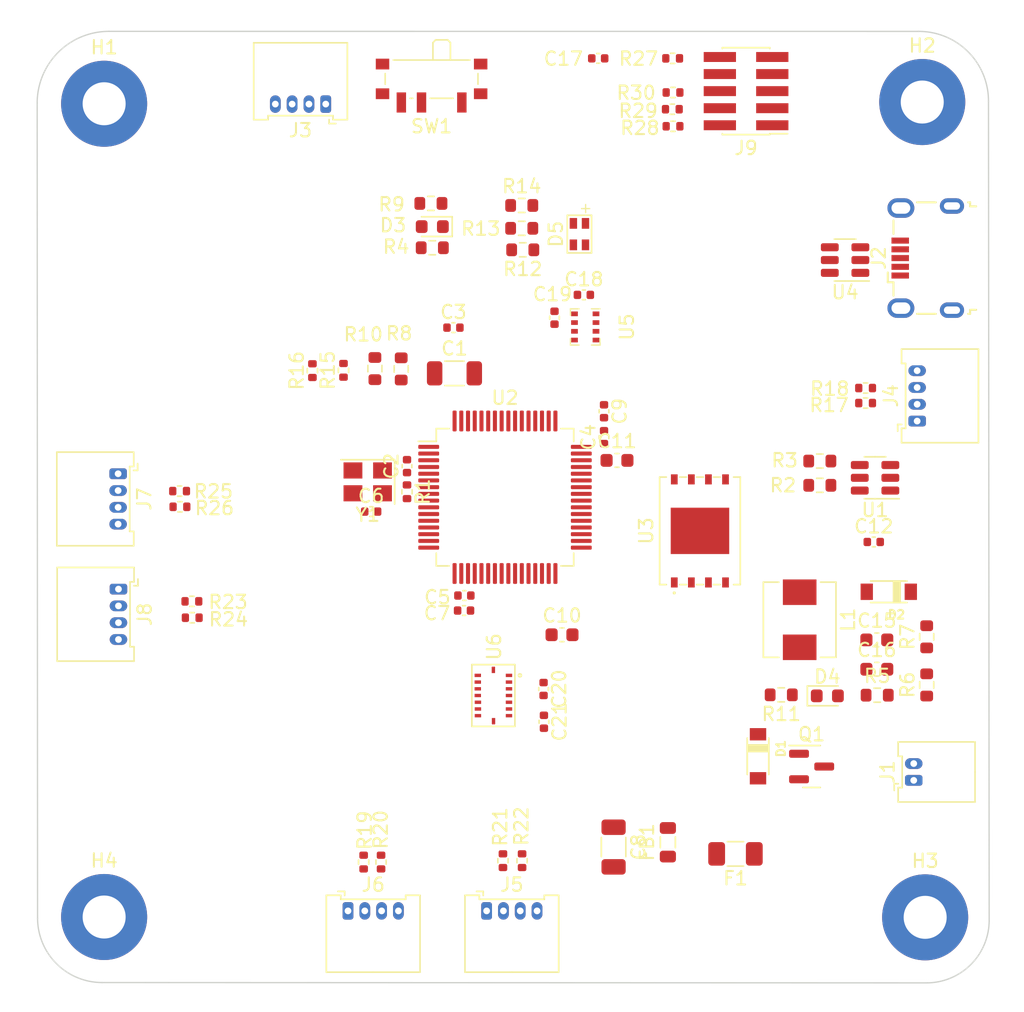
<source format=kicad_pcb>
(kicad_pcb (version 20211014) (generator pcbnew)
  (layers (0 "F.Cu" signal) (1 "In1.Cu" power "In1.Cu(GND)") (2 "In2.Cu" power "In2.Cu(3V3)") (31 "B.Cu" signal) (34 "B.Paste" user) (35 "F.Paste" user) (36 "B.SilkS" user "B.Silkscreen") (37 "F.SilkS" user "F.Silkscreen") (38 "B.Mask" user) (39 "F.Mask" user) (44 "Edge.Cuts" user))
  (net 0 "")
  (net 1 "GND")
  (net 2 "HSE_IN")
  (net 3 "Net-(C6-Pad1)")
  (net 4 "Net-(C8-Pad1)")
  (net 5 "Net-(C10-Pad1)")
  (net 6 "Net-(C11-Pad1)")
  (net 7 "Net-(C12-Pad1)")
  (net 8 "Net-(C12-Pad2)")
  (net 9 "+3V3")
  (net 10 "NRST")
  (net 11 "Net-(D1-Pad1)")
  (net 12 "+5V")
  (net 13 "Net-(D3-Pad1)")
  (net 14 "Net-(D3-Pad2)")
  (net 15 "Net-(D4-Pad1)")
  (net 16 "Net-(D5-Pad2)")
  (net 17 "Net-(D5-Pad3)")
  (net 18 "Net-(D5-Pad4)")
  (net 19 "Net-(F1-Pad2)")
  (net 20 "USB_D-_CONN")
  (net 21 "USB_D+_CONN")
  (net 24 "Net-(J3-Pad2)")
  (net 25 "Net-(J3-Pad3)")
  (net 26 "Net-(J4-Pad2)")
  (net 27 "Net-(J4-Pad3)")
  (net 28 "Net-(J5-Pad2)")
  (net 29 "Net-(J5-Pad3)")
  (net 30 "Net-(J6-Pad2)")
  (net 31 "Net-(J6-Pad3)")
  (net 32 "Net-(J7-Pad2)")
  (net 33 "Net-(J7-Pad3)")
  (net 34 "Net-(J8-Pad2)")
  (net 35 "Net-(J8-Pad3)")
  (net 36 "Net-(J9-Pad2)")
  (net 37 "Net-(J9-Pad4)")
  (net 38 "Net-(J9-Pad6)")
  (net 41 "Net-(J9-Pad10)")
  (net 42 "+12V")
  (net 43 "HSE_OUT")
  (net 44 "Net-(R2-Pad2)")
  (net 45 "BOOT0")
  (net 46 "Net-(R5-Pad2)")
  (net 47 "Net-(R6-Pad2)")
  (net 48 "I2C1_SCL")
  (net 49 "I2C1_SDA")
  (net 50 "TIM3_CH1")
  (net 51 "TIM3_CH2")
  (net 52 "TIM4_CH1")
  (net 53 "USART1_TX")
  (net 54 "USART1_RX")
  (net 55 "TIM3_CH3")
  (net 56 "TIM3_CH4")
  (net 57 "TIM2_CH3")
  (net 58 "TIM2_CH4")
  (net 59 "ADC1_IN2")
  (net 60 "ADC1_IN3")
  (net 61 "ADC1_IN0")
  (net 62 "ADC1_IN1")
  (net 63 "SWDIO")
  (net 64 "SWCLK")
  (net 70 "INT_ACC")
  (net 71 "INT_GYR")
  (net 72 "SPI1_!CS_ACC")
  (net 73 "SPI1_SCK")
  (net 74 "SPI1_MISO")
  (net 75 "SPI1_MOSI")
  (net 76 "SPI1_!CS_GYR")
  (net 78 "BOOT1")
  (net 79 "SPI2_!CS")
  (net 80 "SPI2_SCK")
  (net 81 "SPI2_MISO")
  (net 82 "SPI2_MOSI")
  (net 83 "FLASH_!HOLD")
  (net 84 "FLASH_!WP")
  (net 88 "USB_D-")
  (net 89 "USB_D+")
  (net 90 "SPI3_!CS")
  (net 91 "SPI3_SCK")
  (net 92 "SPI3_MISO")
  (net 93 "SPI3_MOSI")
  (net 95 "SWO")
  (net 97 "FLASH!_WP")
  (net 98 "FLASH!_HOLD")
  (footprint "Connector_Molex:Molex_PicoBlade_53048-0410_1x04_P1.25mm_Horizontal" (layer "F.Cu") (at 97.409 55.4736 180)
    (fp_text reference "J3" (at 1.88 -1.95) (layer "F.SilkS"))
    (fp_text value "Conn_01x04")
    (pad "1" thru_hole roundrect (at 0 0 180) (size 0.8 1.3) (drill 0.5) (layers *.Cu *.Mask) (net 9 "+3V3"))
    (pad "2" thru_hole oval (at 1.25 0 180) (size 0.8 1.3) (drill 0.5) (layers *.Cu *.Mask) (net 24 "Net-(J3-Pad2)"))
    (pad "3" thru_hole oval (at 2.5 0 180) (size 0.8 1.3) (drill 0.5) (layers *.Cu *.Mask) (net 25 "Net-(J3-Pad3)"))
    (pad "4" thru_hole oval (at 3.75 0 180) (size 0.8 1.3) (drill 0.5) (layers *.Cu *.Mask) (net 1 "GND"))
  )
  (footprint "Capacitor_SMD:C_0402_1005Metric" (layer "F.Cu") (at 113.6396 101.445 -90)
    (fp_text reference "C21" (at 0 -1.16 90) (layer "F.SilkS"))
    (fp_text value "100n")
    (pad "1" smd roundrect (at -0.48 0 270) (size 0.56 0.62) (layers "F.Cu" "F.Paste" "F.Mask") (net 9 "+3V3"))
    (pad "2" smd roundrect (at 0.48 0 270) (size 0.56 0.62) (layers "F.Cu" "F.Paste" "F.Mask") (net 1 "GND"))
  )
  (footprint "Resistor_SMD:R_0402_1005Metric" (layer "F.Cu") (at 123.192 55.8546 180)
    (fp_text reference "R29" (at 2.54 -0.127) (layer "F.SilkS"))
    (fp_text value "22")
    (pad "1" smd roundrect (at -0.51 0 180) (size 0.54 0.64) (layers "F.Cu" "F.Paste" "F.Mask") (net 37 "Net-(J9-Pad4)"))
    (pad "2" smd roundrect (at 0.51 0 180) (size 0.54 0.64) (layers "F.Cu" "F.Paste" "F.Mask") (net 64 "SWCLK"))
  )
  (footprint "Capacitor_SMD:C_0603_1608Metric" (layer "F.Cu") (at 114.9858 94.9706)
    (fp_text reference "C10" (at 0 -1.43) (layer "F.SilkS"))
    (fp_text value "2u2")
    (pad "1" smd roundrect (at -0.775 0) (size 0.9 0.95) (layers "F.Cu" "F.Paste" "F.Mask") (net 5 "Net-(C10-Pad1)"))
    (pad "2" smd roundrect (at 0.775 0) (size 0.9 0.95) (layers "F.Cu" "F.Paste" "F.Mask") (net 1 "GND"))
  )
  (footprint "Capacitor_SMD:C_0402_1005Metric" (layer "F.Cu") (at 114.427 71.374 -90)
    (fp_text reference "C19" (at -1.75 0.1524 180) (layer "F.SilkS"))
    (fp_text value "100n")
    (pad "1" smd roundrect (at -0.48 0 270) (size 0.56 0.62) (layers "F.Cu" "F.Paste" "F.Mask") (net 9 "+3V3"))
    (pad "2" smd roundrect (at 0.48 0 270) (size 0.56 0.62) (layers "F.Cu" "F.Paste" "F.Mask") (net 1 "GND"))
  )
  (footprint "Resistor_SMD:R_0402_1005Metric" (layer "F.Cu") (at 123.2428 57.1246 180)
    (fp_text reference "R28" (at 2.4638 -0.127) (layer "F.SilkS"))
    (fp_text value "22")
    (pad "1" smd roundrect (at -0.51 0 180) (size 0.54 0.64) (layers "F.Cu" "F.Paste" "F.Mask") (net 36 "Net-(J9-Pad2)"))
    (pad "2" smd roundrect (at 0.51 0 180) (size 0.54 0.64) (layers "F.Cu" "F.Paste" "F.Mask") (net 63 "SWDIO"))
  )
  (footprint "Button_Switch_SMD:SW_SPDT_PCM12" (layer "F.Cu") (at 105.283 53.9242 180)
    (fp_text reference "SW1" (at 0 -3.2) (layer "F.SilkS"))
    (fp_text value "SW_SPDT")
    (pad "" smd rect (at -3.65 -0.78 180) (size 1 0.8) (layers "F.Cu" "F.Paste" "F.Mask"))
    (pad "" smd rect (at -3.65 1.43 180) (size 1 0.8) (layers "F.Cu" "F.Paste" "F.Mask"))
    (pad "" np_thru_hole circle (at 1.5 0.33 180) (size 0.9 0.9) (drill 0.9) (layers *.Cu *.Mask))
    (pad "" smd rect (at 3.65 1.43 180) (size 1 0.8) (layers "F.Cu" "F.Paste" "F.Mask"))
    (pad "" np_thru_hole circle (at -1.5 0.33 180) (size 0.9 0.9) (drill 0.9) (layers *.Cu *.Mask))
    (pad "" smd rect (at 3.65 -0.78 180) (size 1 0.8) (layers "F.Cu" "F.Paste" "F.Mask"))
    (pad "1" smd rect (at -2.25 -1.43 180) (size 0.7 1.5) (layers "F.Cu" "F.Paste" "F.Mask") (net 9 "+3V3"))
    (pad "2" smd rect (at 0.75 -1.43 180) (size 0.7 1.5) (layers "F.Cu" "F.Paste" "F.Mask") (net 14 "Net-(D3-Pad2)"))
    (pad "3" smd rect (at 2.25 -1.43 180) (size 0.7 1.5) (layers "F.Cu" "F.Paste" "F.Mask") (net 1 "GND"))
  )
  (footprint "Capacitor_SMD:C_0402_1005Metric" (layer "F.Cu") (at 106.9086 72.1106)
    (fp_text reference "C3" (at 0 -1.16) (layer "F.SilkS"))
    (fp_text value "100n")
    (pad "1" smd roundrect (at -0.48 0) (size 0.56 0.62) (layers "F.Cu" "F.Paste" "F.Mask") (net 9 "+3V3"))
    (pad "2" smd roundrect (at 0.48 0) (size 0.56 0.62) (layers "F.Cu" "F.Paste" "F.Mask") (net 1 "GND"))
  )
  (footprint "Connector_USB:USB_Micro-B_Wuerth_629105150521" (layer "F.Cu") (at 142.0438 66.934 90)
    (fp_text reference "J2" (at 0 -3.5 90) (layer "F.SilkS"))
    (fp_text value "USB_B_Micro")
    (pad "" np_thru_hole oval (at 2.5 -0.8 90) (size 0.8 0.8) (drill 0.8) (layers *.Cu *.Mask))
    (pad "" np_thru_hole oval (at -2.5 -0.8 90) (size 0.8 0.8) (drill 0.8) (layers *.Cu *.Mask))
    (pad "1" smd rect (at -1.3 -1.9 90) (size 0.45 1.3) (layers "F.Cu" "F.Paste" "F.Mask") (net 12 "+5V"))
    (pad "2" smd rect (at -0.65 -1.9 90) (size 0.45 1.3) (layers "F.Cu" "F.Paste" "F.Mask") (net 20 "USB_D-_CONN"))
    (pad "3" smd rect (at 0 -1.9 90) (size 0.45 1.3) (layers "F.Cu" "F.Paste" "F.Mask") (net 21 "USB_D+_CONN"))
    (pad "4" smd rect (at 0.65 -1.9 90) (size 0.45 1.3) (layers "F.Cu" "F.Paste" "F.Mask"))
    (pad "5" smd rect (at 1.3 -1.9 90) (size 0.45 1.3) (layers "F.Cu" "F.Paste" "F.Mask") (net 1 "GND"))
    (pad "6" thru_hole oval (at 3.725 -1.85 90) (size 1.45 2) (drill oval 0.85 1.4) (layers *.Cu *.Mask))
    (pad "6" thru_hole oval (at 3.875 1.95 90) (size 1.15 1.8) (drill oval 0.55 1.2) (layers *.Cu *.Mask))
    (pad "6" thru_hole oval (at -3.875 1.95 90) (size 1.15 1.8) (drill oval 0.55 1.2) (layers *.Cu *.Mask))
    (pad "6" thru_hole oval (at -3.725 -1.85 90) (size 1.45 2) (drill oval 0.85 1.4) (layers *.Cu *.Mask))
  )
  (footprint "Resistor_SMD:R_0402_1005Metric" (layer "F.Cu") (at 112.014 111.7834 90)
    (fp_text reference "R22" (at 2.5654 -0.0508 90) (layer "F.SilkS"))
    (fp_text value "22")
    (pad "1" smd roundrect (at -0.51 0 90) (size 0.54 0.64) (layers "F.Cu" "F.Paste" "F.Mask") (net 58 "TIM2_CH4"))
    (pad "2" smd roundrect (at 0.51 0 90) (size 0.54 0.64) (layers "F.Cu" "F.Paste" "F.Mask") (net 29 "Net-(J5-Pad3)"))
  )
  (footprint "Resistor_SMD:R_0402_1005Metric" (layer "F.Cu") (at 86.5378 84.2772 180)
    (fp_text reference "R25" (at -2.5146 -0.0254) (layer "F.SilkS"))
    (fp_text value "22")
    (pad "1" smd roundrect (at -0.51 0 180) (size 0.54 0.64) (layers "F.Cu" "F.Paste" "F.Mask") (net 61 "ADC1_IN0"))
    (pad "2" smd roundrect (at 0.51 0 180) (size 0.54 0.64) (layers "F.Cu" "F.Paste" "F.Mask") (net 32 "Net-(J7-Pad2)"))
  )
  (footprint "Connector_Molex:Molex_PicoBlade_53048-0410_1x04_P1.25mm_Horizontal" (layer "F.Cu") (at 81.9894 91.5716 -90)
    (fp_text reference "J8" (at 1.88 -1.95 90) (layer "F.SilkS"))
    (fp_text value "Conn_01x04")
    (pad "1" thru_hole roundrect (at 0 0 270) (size 0.8 1.3) (drill 0.5) (layers *.Cu *.Mask) (net 9 "+3V3"))
    (pad "2" thru_hole oval (at 1.25 0 270) (size 0.8 1.3) (drill 0.5) (layers *.Cu *.Mask) (net 34 "Net-(J8-Pad2)"))
    (pad "3" thru_hole oval (at 2.5 0 270) (size 0.8 1.3) (drill 0.5) (layers *.Cu *.Mask) (net 35 "Net-(J8-Pad3)"))
    (pad "4" thru_hole oval (at 3.75 0 270) (size 0.8 1.3) (drill 0.5) (layers *.Cu *.Mask) (net 1 "GND"))
  )
  (footprint "Capacitor_SMD:C_0402_1005Metric" (layer "F.Cu") (at 138.176 88.0618)
    (fp_text reference "C12" (at 0 -1.16) (layer "F.SilkS"))
    (fp_text value "10n")
    (pad "1" smd roundrect (at -0.48 0) (size 0.56 0.62) (layers "F.Cu" "F.Paste" "F.Mask") (net 7 "Net-(C12-Pad1)"))
    (pad "2" smd roundrect (at 0.48 0) (size 0.56 0.62) (layers "F.Cu" "F.Paste" "F.Mask") (net 8 "Net-(C12-Pad2)"))
  )
  (footprint "B5819W-TP:SOD3716X135N" (layer "F.Cu") (at 129.5654 104.013 -90)
    (fp_text reference "D1" (at -0.568058 -1.706585 90) (layer "F.SilkS") (effects (font (size 0.64007 0.64007))))
    (fp_text value "B5819W")
    (pad "1" smd rect (at 1.6383 0 270) (size 0.9144 1.2192) (layers "F.Cu" "F.Paste" "F.Mask") (net 11 "Net-(D1-Pad1)"))
    (pad "2" smd rect (at -1.6383 0 270) (size 0.9144 1.2192) (layers "F.Cu" "F.Paste" "F.Mask") (net 12 "+5V"))
  )
  (footprint "Connector_Molex:Molex_PicoBlade_53048-0410_1x04_P1.25mm_Horizontal" (layer "F.Cu") (at 109.377 115.521)
    (fp_text reference "J5" (at 1.88 -1.95) (layer "F.SilkS"))
    (fp_text value "Conn_01x04")
    (pad "1" thru_hole roundrect (at 0 0) (size 0.8 1.3) (drill 0.5) (layers *.Cu *.Mask) (net 9 "+3V3"))
    (pad "2" thru_hole oval (at 1.25 0) (size 0.8 1.3) (drill 0.5) (layers *.Cu *.Mask) (net 28 "Net-(J5-Pad2)"))
    (pad "3" thru_hole oval (at 2.5 0) (size 0.8 1.3) (drill 0.5) (layers *.Cu *.Mask) (net 29 "Net-(J5-Pad3)"))
    (pad "4" thru_hole oval (at 3.75 0) (size 0.8 1.3) (drill 0.5) (layers *.Cu *.Mask) (net 1 "GND"))
  )
  (footprint "Package_QFP:LQFP-64_10x10mm_P0.5mm" (layer "F.Cu") (at 110.744 84.7344)
    (fp_text reference "U2" (at 0 -7.4) (layer "F.SilkS"))
    (fp_text value "STM32F405RGT6")
    (pad "1" smd roundrect (at -5.675 -3.75) (size 1.55 0.3) (layers "F.Cu" "F.Paste" "F.Mask") (net 9 "+3V3"))
    (pad "2" smd roundrect (at -5.675 -3.25) (size 1.55 0.3) (layers "F.Cu" "F.Paste" "F.Mask"))
    (pad "3" smd roundrect (at -5.675 -2.75) (size 1.55 0.3) (layers "F.Cu" "F.Paste" "F.Mask"))
    (pad "4" smd roundrect (at -5.675 -2.25) (size 1.55 0.3) (layers "F.Cu" "F.Paste" "F.Mask"))
    (pad "5" smd roundrect (at -5.675 -1.75) (size 1.55 0.3) (layers "F.Cu" "F.Paste" "F.Mask") (net 2 "HSE_IN"))
    (pad "6" smd roundrect (at -5.675 -1.25) (size 1.55 0.3) (layers "F.Cu" "F.Paste" "F.Mask") (net 43 "HSE_OUT"))
    (pad "7" smd roundrect (at -5.675 -0.75) (size 1.55 0.3) (layers "F.Cu" "F.Paste" "F.Mask") (net 10 "NRST"))
    (pad "8" smd roundrect (at -5.675 -0.25) (size 1.55 0.3) (layers "F.Cu" "F.Paste" "F.Mask"))
    (pad "9" smd roundrect (at -5.675 0.25) (size 1.55 0.3) (layers "F.Cu" "F.Paste" "F.Mask"))
    (pad "10" smd roundrect (at -5.675 0.75) (size 1.55 0.3) (layers "F.Cu" "F.Paste" "F.Mask") (net 70 "INT_ACC"))
    (pad "11" smd roundrect (at -5.675 1.25) (size 1.55 0.3) (layers "F.Cu" "F.Paste" "F.Mask") (net 71 "INT_GYR"))
    (pad "12" smd roundrect (at -5.675 1.75) (size 1.55 0.3) (layers "F.Cu" "F.Paste" "F.Mask") (net 1 "GND"))
    (pad "13" smd roundrect (at -5.675 2.25) (size 1.55 0.3) (layers "F.Cu" "F.Paste" "F.Mask") (net 9 "+3V3"))
    (pad "14" smd roundrect (at -5.675 2.75) (size 1.55 0.3) (layers "F.Cu" "F.Paste" "F.Mask") (net 61 "ADC1_IN0"))
    (pad "15" smd roundrect (at -5.675 3.25) (size 1.55 0.3) (layers "F.Cu" "F.Paste" "F.Mask") (net 62 "ADC1_IN1"))
    (pad "16" smd roundrect (at -5.675 3.75) (size 1.55 0.3) (layers "F.Cu" "F.Paste" "F.Mask") (net 59 "ADC1_IN2"))
    (pad "17" smd roundrect (at -3.75 5.675) (size 0.3 1.55) (layers "F.Cu" "F.Paste" "F.Mask") (net 60 "ADC1_IN3"))
    (pad "18" smd roundrect (at -3.25 5.675) (size 0.3 1.55) (layers "F.Cu" "F.Paste" "F.Mask") (net 1 "GND"))
    (pad "19" smd roundrect (at -2.75 5.675) (size 0.3 1.55) (layers "F.Cu" "F.Paste" "F.Mask") (net 9 "+3V3"))
    (pad "20" smd roundrect (at -2.25 5.675) (size 0.3 1.55) (layers "F.Cu" "F.Paste" "F.Mask") (net 72 "SPI1_!CS_ACC"))
    (pad "21" smd roundrect (at -1.75 5.675) (size 0.3 1.55) (layers "F.Cu" "F.Paste" "F.Mask") (net 73 "SPI1_SCK"))
    (pad "22" smd roundrect (at -1.25 5.675) (size 0.3 1.55) (layers "F.Cu" "F.Paste" "F.Mask") (net 74 "SPI1_MISO"))
    (pad "23" smd roundrect (at -0.75 5.675) (size 0.3 1.55) (layers "F.Cu" "F.Paste" "F.Mask") (net 75 "SPI1_MOSI"))
    (pad "24" smd roundrect (at -0.25 5.675) (size 0.3 1.55) (layers "F.Cu" "F.Paste" "F.Mask") (net 76 "SPI1_!CS_GYR"))
    (pad "25" smd roundrect (at 0.25 5.675) (size 0.3 1.55) (layers "F.Cu" "F.Paste" "F.Mask"))
    (pad "26" smd roundrect (at 0.75 5.675) (size 0.3 1.55) (layers "F.Cu" "F.Paste" "F.Mask") (net 55 "TIM3_CH3"))
    (pad "27" smd roundrect (at 1.25 5.675) (size 0.3 1.55) (layers "F.Cu" "F.Paste" "F.Mask") (net 56 "TIM3_CH4"))
    (pad "28" smd roundrect (at 1.75 5.675) (size 0.3 1.55) (layers "F.Cu" "F.Paste" "F.Mask") (net 78 "BOOT1"))
    (pad "29" smd roundrect (at 2.25 5.675) (size 0.3 1.55) (layers "F.Cu" "F.Paste" "F.Mask") (net 57 "TIM2_CH3"))
    (pad "30" smd roundrect (at 2.75 5.675) (size 0.3 1.55) (layers "F.Cu" "F.Paste" "F.Mask") (net 58 "TIM2_CH4"))
    (pad "31" smd roundrect (at 3.25 5.675) (size 0.3 1.55) (layers "F.Cu" "F.Paste" "F.Mask") (net 5 "Net-(C10-Pad1)"))
    (pad "32" smd roundrect (at 3.75 5.675) (size 0.3 1.55) (layers "F.Cu" "F.Paste" "F.Mask") (net 9 "+3V3"))
    (pad "33" smd roundrect (at 5.675 3.75) (size 1.55 0.3) (layers "F.Cu" "F.Paste" "F.Mask") (net 79 "SPI2_!CS"))
    (pad "34" smd roundrect (at 5.675 3.25) (size 1.55 0.3) (layers "F.Cu" "F.Paste" "F.Mask") (net 80 "SPI2_SCK"))
    (pad "35" smd roundrect (at 5.675 2.75) (size 1.55 0.3) (layers "F.Cu" "F.Paste" "F.Mask") (net 81 "SPI2_MISO"))
    (pad "36" smd roundrect (at 5.675 2.25) (size 1.55 0.3) (layers "F.Cu" "F.Paste" "F.Mask") (net 82 "SPI2_MOSI"))
    (pad "37" smd roundrect (at 5.675 1.75) (size 1.55 0.3) (layers "F.Cu" "F.Paste" "F.Mask") (net 83 "FLASH_!HOLD"))
    (pad "38" smd roundrect (at 5.675 1.25) (size 1.55 0.3) (layers "F.Cu" "F.Paste" "F.Mask") (net 84 "FLASH_!WP"))
    (pad "39" smd roundrect (at 5.675 0.75) (size 1.55 0.3) (layers "F.Cu" "F.Paste" "F.Mask"))
    (pad "40" smd roundrect (at 5.675 0.25) (size 1.55 0.3) (layers "F.Cu" "F.Paste" "F.Mask"))
    (pad "41" smd roundrect (at 5.675 -0.25) (size 1.55 0.3) (layers "F.Cu" "F.Paste" "F.Mask"))
    (pad "42" smd roundrect (at 5.675 -0.75) (size 1.55 0.3) (layers "F.Cu" "F.Paste" "F.Mask") (net 53 "USART1_TX"))
    (pad "43" smd roundrect (at 5.675 -1.25) (size 1.55 0.3) (layers "F.Cu" "F.Paste" "F.Mask") (net 54 "USART1_RX"))
    (pad "44" smd roundrect (at 5.675 -1.75) (size 1.55 0.3) (layers "F.Cu" "F.Paste" "F.Mask") (net 88 "USB_D-"))
    (pad "45" smd roundrect (at 5.675 -2.25) (size 1.55 0.3) (layers "F.Cu" "F.Paste" "F.Mask") (net 89 "USB_D+"))
    (pad "46" smd roundrect (at 5.675 -2.75) (size 1.55 0.3) (layers "F.Cu" "F.Paste" "F.Mask") (net 63 "SWDIO"))
    (pad "47" smd roundrect (at 5.675 -3.25) (size 1.55 0.3) (layers "F.Cu" "F.Paste" "F.Mask") (net 6 "Net-(C11-Pad1)"))
    (pad "48" smd roundrect (at 5.675 -3.75) (size 1.55 0.3) (layers "F.Cu" "F.Paste" "F.Mask") (net 9 "+3V3"))
    (pad "49" smd roundrect (at 3.75 -5.675) (size 0.3 1.55) (layers "F.Cu" "F.Paste" "F.Mask") (net 64 "SWCLK"))
    (pad "50" smd roundrect (at 3.25 -5.675) (size 0.3 1.55) (layers "F.Cu" "F.Paste" "F.Mask") (net 90 "SPI3_!CS"))
    (pad "51" smd roundrect (at 2.75 -5.675) (size 0.3 1.55) (layers "F.Cu" "F.Paste" "F.Mask") (net 91 "SPI3_SCK"))
    (pad "52" smd roundrect (at 2.25 -5.675) (size 0.3 1.55) (layers "F.Cu" "F.Paste" "F.Mask") (net 92 "SPI3_MISO"))
    (pad "53" smd roundrect (at 1.75 -5.675) (size 0.3 1.55) (layers "F.Cu" "F.Paste" "F.Mask") (net 93 "SPI3_MOSI"))
    (pad "54" smd roundrect (at 1.25 -5.675) (size 0.3 1.55) (layers "F.Cu" "F.Paste" "F.Mask"))
    (pad "55" smd roundrect (at 0.75 -5.675) (size 0.3 1.55) (layers "F.Cu" "F.Paste" "F.Mask") (net 95 "SWO"))
    (pad "56" smd roundrect (at 0.25 -5.675) (size 0.3 1.55) (layers "F.Cu" "F.Paste" "F.Mask") (net 50 "TIM3_CH1"))
    (pad "57" smd roundrect (at -0.25 -5.675) (size 0.3 1.55) (layers "F.Cu" "F.Paste" "F.Mask") (net 51 "TIM3_CH2"))
    (pad "58" smd roundrect (at -0.75 -5.675) (size 0.3 1.55) (layers "F.Cu" "F.Paste" "F.Mask") (net 52 "TIM4_CH1"))
    (pad "59" smd roundrect (at -1.25 -5.675) (size 0.3 1.55) (layers "F.Cu" "F.Paste" "F.Mask"))
    (pad "60" smd roundrect (at -1.75 -5.675) (size 0.3 1.55) (layers "F.Cu" "F.Paste" "F.Mask") (net 45 "BOOT0"))
    (pad "61" smd roundrect (at -2.25 -5.675) (size 0.3 1.55) (layers "F.Cu" "F.Paste" "F.Mask") (net 48 "I2C1_SCL"))
    (pad "62" smd roundrect (at -2.75 -5.675) (size 0.3 1.55) (layers "F.Cu" "F.Paste" "F.Mask") (net 49 "I2C1_SDA"))
    (pad "63" smd roundrect (at -3.25 -5.675) (size 0.3 1.55) (layers "F.Cu" "F.Paste" "F.Mask") (net 1 "GND"))
    (pad "64" smd roundrect (at -3.75 -5.675) (size 0.3 1.55) (layers "F.Cu" "F.Paste" "F.Mask") (net 9 "+3V3"))
  )
  (footprint "Capacitor_SMD:C_0402_1005Metric" (layer "F.Cu") (at 100.7872 85.8012)
    (fp_text reference "C6" (at 0 -1.16) (layer "F.SilkS"))
    (fp_text value "20p")
    (pad "1" smd roundrect (at -0.48 0) (size 0.56 0.62) (layers "F.Cu" "F.Paste" "F.Mask") (net 3 "Net-(C6-Pad1)"))
    (pad "2" smd roundrect (at 0.48 0) (size 0.56 0.62) (layers "F.Cu" "F.Paste" "F.Mask") (net 1 "GND"))
  )
  (footprint "Resistor_SMD:R_0402_1005Metric" (layer "F.Cu") (at 87.4522 92.4814 180)
    (fp_text reference "R23" (at -2.6924 -0.0508) (layer "F.SilkS"))
    (fp_text value "22")
    (pad "1" smd roundrect (at -0.51 0 180) (size 0.54 0.64) (layers "F.Cu" "F.Paste" "F.Mask") (net 59 "ADC1_IN2"))
    (pad "2" smd roundrect (at 0.51 0 180) (size 0.54 0.64) (layers "F.Cu" "F.Paste" "F.Mask") (net 34 "Net-(J8-Pad2)"))
  )
  (footprint "Resistor_SMD:R_0402_1005Metric" (layer "F.Cu") (at 87.4776 93.7006 180)
    (fp_text reference "R24" (at -2.6924 -0.127) (layer "F.SilkS"))
    (fp_text value "22")
    (pad "1" smd roundrect (at -0.51 0 180) (size 0.54 0.64) (layers "F.Cu" "F.Paste" "F.Mask") (net 60 "ADC1_IN3"))
    (pad "2" smd roundrect (at 0.51 0 180) (size 0.54 0.64) (layers "F.Cu" "F.Paste" "F.Mask") (net 35 "Net-(J8-Pad3)"))
  )
  (footprint "Resistor_SMD:R_0603_1608Metric" (layer "F.Cu") (at 134.1628 82.042 180)
    (fp_text reference "R3" (at 2.6162 0.0508) (layer "F.SilkS"))
    (fp_text value "68k")
    (pad "1" smd roundrect (at -0.825 0 180) (size 0.8 0.95) (layers "F.Cu" "F.Paste" "F.Mask") (net 44 "Net-(R2-Pad2)"))
    (pad "2" smd roundrect (at 0.825 0 180) (size 0.8 0.95) (layers "F.Cu" "F.Paste" "F.Mask") (net 1 "GND"))
  )
  (footprint "Connector_Molex:Molex_PicoBlade_53048-0410_1x04_P1.25mm_Horizontal" (layer "F.Cu") (at 141.4036 79.0656 90)
    (fp_text reference "J4" (at 1.88 -1.95 90) (layer "F.SilkS"))
    (fp_text value "Conn_01x04")
    (pad "1" thru_hole roundrect (at 0 0 90) (size 0.8 1.3) (drill 0.5) (layers *.Cu *.Mask) (net 9 "+3V3"))
    (pad "2" thru_hole oval (at 1.25 0 90) (size 0.8 1.3) (drill 0.5) (layers *.Cu *.Mask) (net 26 "Net-(J4-Pad2)"))
    (pad "3" thru_hole oval (at 2.5 0 90) (size 0.8 1.3) (drill 0.5) (layers *.Cu *.Mask) (net 27 "Net-(J4-Pad3)"))
    (pad "4" thru_hole oval (at 3.75 0 90) (size 0.8 1.3) (drill 0.5) (layers *.Cu *.Mask) (net 1 "GND"))
  )
  (footprint "Resistor_SMD:R_0402_1005Metric" (layer "F.Cu") (at 103.4542 84.328 -90)
    (fp_text reference "R1" (at 0 -1.17 90) (layer "F.SilkS"))
    (fp_text value "47")
    (pad "1" smd roundrect (at -0.51 0 270) (size 0.54 0.64) (layers "F.Cu" "F.Paste" "F.Mask") (net 43 "HSE_OUT"))
    (pad "2" smd roundrect (at 0.51 0 270) (size 0.54 0.64) (layers "F.Cu" "F.Paste" "F.Mask") (net 3 "Net-(C6-Pad1)"))
  )
  (footprint "LED_SMD:LED_0603_1608Metric" (layer "F.Cu") (at 105.3338 64.5922 180)
    (fp_text reference "D3" (at 2.921 0.1016) (layer "F.SilkS"))
    (fp_text value "RED")
    (pad "1" smd roundrect (at -0.7875 0 180) (size 0.875 0.95) (layers "F.Cu" "F.Paste" "F.Mask") (net 13 "Net-(D3-Pad1)"))
    (pad "2" smd roundrect (at 0.7875 0 180) (size 0.875 0.95) (layers "F.Cu" "F.Paste" "F.Mask") (net 14 "Net-(D3-Pad2)"))
  )
  (footprint "Resistor_SMD:R_0402_1005Metric" (layer "F.Cu") (at 137.5684 77.724)
    (fp_text reference "R17" (at -2.7178 0.1524) (layer "F.SilkS"))
    (fp_text value "22")
    (pad "1" smd roundrect (at -0.51 0) (size 0.54 0.64) (layers "F.Cu" "F.Paste" "F.Mask") (net 53 "USART1_TX"))
    (pad "2" smd roundrect (at 0.51 0) (size 0.54 0.64) (layers "F.Cu" "F.Paste" "F.Mask") (net 26 "Net-(J4-Pad2)"))
  )
  (footprint "WinbondFlash:W25N01GVZEIG" (layer "F.Cu") (at 125.2474 87.236 90)
    (fp_text reference "U3" (at 0 -4 90) (layer "F.SilkS"))
    (fp_text value "W25N01GVZEIG_TR")
    (pad "1" smd rect locked (at -3.84 -1.91 90) (size 0.75 0.5) (layers "F.Cu" "F.Paste" "F.Mask") (net 79 "SPI2_!CS"))
    (pad "2" smd rect locked (at -3.84 -0.64 90) (size 0.75 0.5) (layers "F.Cu" "F.Paste" "F.Mask") (net 81 "SPI2_MISO"))
    (pad "3" smd rect locked (at -3.84 0.63 90) (size 0.75 0.5) (layers "F.Cu" "F.Paste" "F.Mask") (net 97 "FLASH!_WP"))
    (pad "4" smd rect locked (at -3.84 1.9 90) (size 0.75 0.5) (layers "F.Cu" "F.Paste" "F.Mask") (net 1 "GND"))
    (pad "5" smd rect locked (at 3.83 1.9 90) (size 0.75 0.5) (layers "F.Cu" "F.Paste" "F.Mask") (net 82 "SPI2_MOSI"))
    (pad "6" smd rect locked (at 3.83 0.63 90) (size 0.75 0.5) (layers "F.Cu" "F.Paste" "F.Mask") (net 80 "SPI2_SCK"))
    (pad "7" smd rect locked (at 3.83 -0.64 90) (size 0.75 0.5) (layers "F.Cu" "F.Paste" "F.Mask") (net 98 "FLASH!_HOLD"))
    (pad "8" smd rect locked (at 3.83 -1.91 90) (size 0.75 0.5) (layers "F.Cu" "F.Paste" "F.Mask") (net 9 "+3V3"))
    (pad "9" smd rect locked (at 0 0 90) (size 3.45 4.35) (layers "F.Cu" "F.Paste" "F.Mask"))
  )
  (footprint "Capacitor_SMD:C_1206_3216Metric" (layer "F.Cu") (at 106.9848 75.5142)
    (fp_text reference "C1" (at 0 -1.85) (layer "F.SilkS"))
    (fp_text value "10u")
    (pad "1" smd roundrect (at -1.475 0) (size 1.15 1.8) (layers "F.Cu" "F.Paste" "F.Mask") (roundrect_rratio 0.217391) (net 9 "+3V3"))
    (pad "2" smd roundrect (at 1.475 0) (size 1.15 1.8) (layers "F.Cu" "F.Paste" "F.Mask") (roundrect_rratio 0.217391) (net 1 "GND"))
  )
  (footprint "Package_TO_SOT_SMD:SOT-23-6" (layer "F.Cu") (at 138.2721 83.2866 180)
    (fp_text reference "U1" (at 0 -2.4) (layer "F.SilkS"))
    (fp_text value "MP2359DJ")
    (pad "1" smd roundrect (at -1.1375 -0.95 180) (size 1.325 0.6) (layers "F.Cu" "F.Paste" "F.Mask") (net 8 "Net-(C12-Pad2)"))
    (pad "2" smd roundrect (at -1.1375 0 180) (size 1.325 0.6) (layers "F.Cu" "F.Paste" "F.Mask") (net 1 "GND"))
    (pad "3" smd roundrect (at -1.1375 0.95 180) (size 1.325 0.6) (layers "F.Cu" "F.Paste" "F.Mask") (net 46 "Net-(R5-Pad2)"))
    (pad "4" smd roundrect (at 1.1375 0.95 180) (size 1.325 0.6) (layers "F.Cu" "F.Paste" "F.Mask") (net 44 "Net-(R2-Pad2)"))
    (pad "5" smd roundrect (at 1.1375 0 180) (size 1.325 0.6) (layers "F.Cu" "F.Paste" "F.Mask") (net 4 "Net-(C8-Pad1)"))
    (pad "6" smd roundrect (at 1.1375 -0.95 180) (size 1.325 0.6) (layers "F.Cu" "F.Paste" "F.Mask") (net 7 "Net-(C12-Pad1)"))
  )
  (footprint "Resistor_SMD:R_0603_1608Metric" (layer "F.Cu") (at 134.1628 83.8454 180)
    (fp_text reference "R2" (at 2.7432 0) (layer "F.SilkS"))
    (fp_text value "100k")
    (pad "1" smd roundrect (at -0.825 0 180) (size 0.8 0.95) (layers "F.Cu" "F.Paste" "F.Mask") (net 4 "Net-(C8-Pad1)"))
    (pad "2" smd roundrect (at 0.825 0 180) (size 0.8 0.95) (layers "F.Cu" "F.Paste" "F.Mask") (net 44 "Net-(R2-Pad2)"))
  )
  (footprint "Capacitor_SMD:C_1206_3216Metric" (layer "F.Cu") (at 118.8212 110.7694 -90)
    (fp_text reference "C8" (at 0 -1.85 90) (layer "F.SilkS"))
    (fp_text value "10u")
    (pad "1" smd roundrect (at -1.475 0 270) (size 1.15 1.8) (layers "F.Cu" "F.Paste" "F.Mask") (roundrect_rratio 0.217391) (net 4 "Net-(C8-Pad1)"))
    (pad "2" smd roundrect (at 1.475 0 270) (size 1.15 1.8) (layers "F.Cu" "F.Paste" "F.Mask") (roundrect_rratio 0.217391) (net 1 "GND"))
  )
  (footprint "Crystal:Crystal_SMD_3225-4Pin_3.2x2.5mm" (layer "F.Cu") (at 100.5332 83.5914 180)
    (fp_text reference "Y1" (at 0 -2.45) (layer "F.SilkS"))
    (fp_text value "16MHz")
    (pad "1" smd rect (at -1.1 0.85 180) (size 1.4 1.2) (layers "F.Cu" "F.Paste" "F.Mask") (net 2 "HSE_IN"))
    (pad "2" smd rect (at 1.1 0.85 180) (size 1.4 1.2) (layers "F.Cu" "F.Paste" "F.Mask") (net 1 "GND"))
    (pad "3" smd rect (at 1.1 -0.85 180) (size 1.4 1.2) (layers "F.Cu" "F.Paste" "F.Mask") (net 3 "Net-(C6-Pad1)"))
    (pad "4" smd rect (at -1.1 -0.85 180) (size 1.4 1.2) (layers "F.Cu" "F.Paste" "F.Mask") (net 1 "GND"))
  )
  (footprint "Resistor_SMD:R_0402_1005Metric" (layer "F.Cu") (at 123.2428 54.61 180)
    (fp_text reference "R30" (at 2.7432 -0.0254) (layer "F.SilkS"))
    (fp_text value "22")
    (pad "1" smd roundrect (at -0.51 0 180) (size 0.54 0.64) (layers "F.Cu" "F.Paste" "F.Mask") (net 38 "Net-(J9-Pad6)"))
    (pad "2" smd roundrect (at 0.51 0 180) (size 0.54 0.64) (layers "F.Cu" "F.Paste" "F.Mask") (net 95 "SWO"))
  )
  (footprint "Capacitor_SMD:C_0603_1608Metric" (layer "F.Cu") (at 138.4046 95.3516)
    (fp_text reference "C15" (at 0 -1.43) (layer "F.SilkS"))
    (fp_text value "10u")
    (pad "1" smd roundrect (at -0.775 0) (size 0.9 0.95) (layers "F.Cu" "F.Paste" "F.Mask") (net 9 "+3V3"))
    (pad "2" smd roundrect (at 0.775 0) (size 0.9 0.95) (layers "F.Cu" "F.Paste" "F.Mask") (net 1 "GND"))
  )
  (footprint "Package_TO_SOT_SMD:SOT-23-6" (layer "F.Cu") (at 136.0424 67.0814 180)
    (fp_text reference "U4" (at 0 -2.4) (layer "F.SilkS"))
    (fp_text value "USBLC6-2SC6")
    (pad "1" smd roundrect (at -1.1375 -0.95 180) (size 1.325 0.6) (layers "F.Cu" "F.Paste" "F.Mask") (net 20 "USB_D-_CONN"))
    (pad "2" smd roundrect (at -1.1375 0 180) (size 1.325 0.6) (layers "F.Cu" "F.Paste" "F.Mask") (net 1 "GND"))
    (pad "3" smd roundrect (at -1.1375 0.95 180) (size 1.325 0.6) (layers "F.Cu" "F.Paste" "F.Mask") (net 21 "USB_D+_CONN"))
    (pad "4" smd roundrect (at 1.1375 0.95 180) (size 1.325 0.6) (layers "F.Cu" "F.Paste" "F.Mask") (net 89 "USB_D+"))
    (pad "5" smd roundrect (at 1.1375 0 180) (size 1.325 0.6) (layers "F.Cu" "F.Paste" "F.Mask") (net 12 "+5V"))
    (pad "6" smd roundrect (at 1.1375 -0.95 180) (size 1.325 0.6) (layers "F.Cu" "F.Paste" "F.Mask") (net 88 "USB_D-"))
  )
  (footprint "Package_LGA:Bosch_LGA-8_2x2.5mm_P0.65mm_ClockwisePinNumbering" (layer "F.Cu") (at 116.713 72.0598 -90)
    (fp_text reference "U5" (at 0 -3.1 90) (layer "F.SilkS"))
    (fp_text value "BMP280")
    (pad "1" smd rect (at -0.975 -0.8) (size 0.5 0.35) (layers "F.Cu" "F.Paste" "F.Mask") (net 1 "GND"))
    (pad "2" smd rect (at -0.325 -0.8) (size 0.5 0.35) (layers "F.Cu" "F.Paste" "F.Mask") (net 90 "SPI3_!CS"))
    (pad "3" smd rect (at 0.325 -0.8) (size 0.5 0.35) (layers "F.Cu" "F.Paste" "F.Mask") (net 93 "SPI3_MOSI"))
    (pad "4" smd rect (at 0.975 -0.8) (size 0.5 0.35) (layers "F.Cu" "F.Paste" "F.Mask") (net 91 "SPI3_SCK"))
    (pad "5" smd rect (at 0.975 0.8) (size 0.5 0.35) (layers "F.Cu" "F.Paste" "F.Mask") (net 92 "SPI3_MISO"))
    (pad "6" smd rect (at 0.325 0.8) (size 0.5 0.35) (layers "F.Cu" "F.Paste" "F.Mask") (net 9 "+3V3"))
    (pad "7" smd rect (at -0.325 0.8) (size 0.5 0.35) (layers "F.Cu" "F.Paste" "F.Mask") (net 1 "GND"))
    (pad "8" smd rect (at -0.975 0.8) (size 0.5 0.35) (layers "F.Cu" "F.Paste" "F.Mask") (net 9 "+3V3"))
  )
  (footprint "Connector_PinHeader_1.27mm:PinHeader_2x05_P1.27mm_Vertical_SMD" (layer "F.Cu") (at 128.6764 54.5084 180)
    (fp_text reference "J9" (at 0 -4.235) (layer "F.SilkS"))
    (fp_text value "Conn_02x05_Odd_Even")
    (pad "1" smd rect (at -1.95 -2.54 180) (size 2.4 0.74) (layers "F.Cu" "F.Paste" "F.Mask") (net 9 "+3V3"))
    (pad "2" smd rect (at 1.95 -2.54 180) (size 2.4 0.74) (layers "F.Cu" "F.Paste" "F.Mask") (net 36 "Net-(J9-Pad2)"))
    (pad "3" smd rect (at -1.95 -1.27 180) (size 2.4 0.74) (layers "F.Cu" "F.Paste" "F.Mask") (net 1 "GND"))
    (pad "4" smd rect (at 1.95 -1.27 180) (size 2.4 0.74) (layers "F.Cu" "F.Paste" "F.Mask") (net 37 "Net-(J9-Pad4)"))
    (pad "5" smd rect (at -1.95 0 180) (size 2.4 0.74) (layers "F.Cu" "F.Paste" "F.Mask") (net 1 "GND"))
    (pad "6" smd rect (at 1.95 0 180) (size 2.4 0.74) (layers "F.Cu" "F.Paste" "F.Mask") (net 38 "Net-(J9-Pad6)"))
    (pad "7" smd rect (at -1.95 1.27 180) (size 2.4 0.74) (layers "F.Cu" "F.Paste" "F.Mask"))
    (pad "8" smd rect (at 1.95 1.27 180) (size 2.4 0.74) (layers "F.Cu" "F.Paste" "F.Mask"))
    (pad "9" smd rect (at -1.95 2.54 180) (size 2.4 0.74) (layers "F.Cu" "F.Paste" "F.Mask") (net 1 "GND"))
    (pad "10" smd rect (at 1.95 2.54 180) (size 2.4 0.74) (layers "F.Cu" "F.Paste" "F.Mask") (net 41 "Net-(J9-Pad10)"))
  )
  (footprint "Capacitor_SMD:C_0402_1005Metric" (layer "F.Cu") (at 117.6782 52.07)
    (fp_text reference "C17" (at -2.5908 0.0254) (layer "F.SilkS"))
    (fp_text value "100n")
    (pad "1" smd roundrect (at -0.48 0) (size 0.56 0.62) (layers "F.Cu" "F.Paste" "F.Mask") (net 10 "NRST"))
    (pad "2" smd roundrect (at 0.48 0) (size 0.56 0.62) (layers "F.Cu" "F.Paste" "F.Mask") (net 1 "GND"))
  )
  (footprint "Resistor_SMD:R_0402_1005Metric" (layer "F.Cu") (at 110.5916 111.7834 90)
    (fp_text reference "R21" (at 2.5146 -0.2032 90) (layer "F.SilkS"))
    (fp_text value "22")
    (pad "1" smd roundrect (at -0.51 0 90) (size 0.54 0.64) (layers "F.Cu" "F.Paste" "F.Mask") (net 57 "TIM2_CH3"))
    (pad "2" smd roundrect (at 0.51 0 90) (size 0.54 0.64) (layers "F.Cu" "F.Paste" "F.Mask") (net 28 "Net-(J5-Pad2)"))
  )
  (footprint "Capacitor_SMD:C_0402_1005Metric" (layer "F.Cu") (at 107.7214 92.0496 180)
    (fp_text reference "C5" (at 2.0066 -0.127) (layer "F.SilkS"))
    (fp_text value "100n")
    (pad "1" smd roundrect (at -0.48 0 180) (size 0.56 0.62) (layers "F.Cu" "F.Paste" "F.Mask") (net 9 "+3V3"))
    (pad "2" smd roundrect (at 0.48 0 180) (size 0.56 0.62) (layers "F.Cu" "F.Paste" "F.Mask") (net 1 "GND"))
  )
  (footprint "Resistor_SMD:R_0402_1005Metric" (layer "F.Cu") (at 100.2284 111.887 90)
    (fp_text reference "R19" (at 2.3622 0.0762 90) (layer "F.SilkS"))
    (fp_text value "22")
    (pad "1" smd roundrect (at -0.51 0 90) (size 0.54 0.64) (layers "F.Cu" "F.Paste" "F.Mask") (net 55 "TIM3_CH3"))
    (pad "2" smd roundrect (at 0.51 0 90) (size 0.54 0.64) (layers "F.Cu" "F.Paste" "F.Mask") (net 30 "Net-(J6-Pad2)"))
  )
  (footprint "Capacitor_SMD:C_0402_1005Metric" (layer "F.Cu") (at 107.6986 93.1672 180)
    (fp_text reference "C7" (at 2.0092 -0.2032) (layer "F.SilkS"))
    (fp_text value "100n")
    (pad "1" smd roundrect (at -0.48 0 180) (size 0.56 0.62) (layers "F.Cu" "F.Paste" "F.Mask") (net 9 "+3V3"))
    (pad "2" smd roundrect (at 0.48 0 180) (size 0.56 0.62) (layers "F.Cu" "F.Paste" "F.Mask") (net 1 "GND"))
  )
  (footprint "Resistor_SMD:R_0402_1005Metric" (layer "F.Cu") (at 101.5238 111.887 90)
    (fp_text reference "R20" (at 2.415 -0.0254 90) (layer "F.SilkS"))
    (fp_text value "22")
    (pad "1" smd roundrect (at -0.51 0 90) (size 0.54 0.64) (layers "F.Cu" "F.Paste" "F.Mask") (net 56 "TIM3_CH4"))
    (pad "2" smd roundrect (at 0.51 0 90) (size 0.54 0.64) (layers "F.Cu" "F.Paste" "F.Mask") (net 31 "Net-(J6-Pad3)"))
  )
  (footprint "Resistor_SMD:R_0603_1608Metric" (layer "F.Cu") (at 111.9886 64.7192 180)
    (fp_text reference "R13" (at 3.048 -0.0254) (layer "F.SilkS"))
    (fp_text value "1k")
    (pad "1" smd roundrect (at -0.825 0 180) (size 0.8 0.95) (layers "F.Cu" "F.Paste" "F.Mask") (net 17 "Net-(D5-Pad3)"))
    (pad "2" smd roundrect (at 0.825 0 180) (size 0.8 0.95) (layers "F.Cu" "F.Paste" "F.Mask") (net 51 "TIM3_CH2"))
  )
  (footprint "Fuse:Fuse_1206_3216Metric" (layer "F.Cu") (at 127.889 111.2774 180)
    (fp_text reference "F1" (at 0 -1.82) (layer "F.SilkS"))
    (fp_text value "250mA")
    (pad "1" smd roundrect (at -1.4 0 180) (size 1.25 1.75) (layers "F.Cu" "F.Paste" "F.Mask") (roundrect_rratio 0.2) (net 11 "Net-(D1-Pad1)"))
    (pad "2" smd roundrect (at 1.4 0 180) (size 1.25 1.75) (layers "F.Cu" "F.Paste" "F.Mask") (roundrect_rratio 0.2) (net 19 "Net-(F1-Pad2)"))
  )
  (footprint "Connector_Molex:Molex_PicoBlade_53048-0410_1x04_P1.25mm_Horizontal" (layer "F.Cu") (at 99.0646 115.521)
    (fp_text reference "J6" (at 1.88 -1.95) (layer "F.SilkS"))
    (fp_text value "Conn_01x04")
    (pad "1" thru_hole roundrect (at 0 0) (size 0.8 1.3) (drill 0.5) (layers *.Cu *.Mask) (net 9 "+3V3"))
    (pad "2" thru_hole oval (at 1.25 0) (size 0.8 1.3) (drill 0.5) (layers *.Cu *.Mask) (net 30 "Net-(J6-Pad2)"))
    (pad "3" thru_hole oval (at 2.5 0) (size 0.8 1.3) (drill 0.5) (layers *.Cu *.Mask) (net 31 "Net-(J6-Pad3)"))
    (pad "4" thru_hole oval (at 3.75 0) (size 0.8 1.3) (drill 0.5) (layers *.Cu *.Mask) (net 1 "GND"))
  )
  (footprint "Resistor_SMD:R_0402_1005Metric" (layer "F.Cu") (at 123.2154 52.07 180)
    (fp_text reference "R27" (at 2.538 -0.0254) (layer "F.SilkS"))
    (fp_text value "22")
    (pad "1" smd roundrect (at -0.51 0 180) (size 0.54 0.64) (layers "F.Cu" "F.Paste" "F.Mask") (net 41 "Net-(J9-Pad10)"))
    (pad "2" smd roundrect (at 0.51 0 180) (size 0.54 0.64) (layers "F.Cu" "F.Paste" "F.Mask") (net 10 "NRST"))
  )
  (footprint "LED_SMD:LED_0603_1608Metric" (layer "F.Cu") (at 134.7217 99.5172)
    (fp_text reference "D4" (at 0 -1.43) (layer "F.SilkS"))
    (fp_text value "GREEN")
    (pad "1" smd roundrect (at -0.7875 0) (size 0.875 0.95) (layers "F.Cu" "F.Paste" "F.Mask") (net 15 "Net-(D4-Pad1)"))
    (pad "2" smd roundrect (at 0.7875 0) (size 0.875 0.95) (layers "F.Cu" "F.Paste" "F.Mask") (net 9 "+3V3"))
  )
  (footprint "B5819W-TP:SOD3716X135N" (layer "F.Cu") (at 139.2936 91.7702 180)
    (fp_text reference "D2" (at -0.568058 -1.706585) (layer "F.SilkS") (effects (font (size 0.64007 0.64007))))
    (fp_text value "B5819W")
    (pad "1" smd rect (at 1.6383 0 180) (size 0.9144 1.2192) (layers "F.Cu" "F.Paste" "F.Mask") (net 7 "Net-(C12-Pad1)"))
    (pad "2" smd rect (at -1.6383 0 180) (size 0.9144 1.2192) (layers "F.Cu" "F.Paste" "F.Mask") (net 1 "GND"))
  )
  (footprint "Resistor_SMD:R_0402_1005Metric" (layer "F.Cu") (at 98.7298 75.2876 90)
    (fp_text reference "R15" (at 0 -1.17 90) (layer "F.SilkS"))
    (fp_text value "22")
    (pad "1" smd roundrect (at -0.51 0 90) (size 0.54 0.64) (layers "F.Cu" "F.Paste" "F.Mask") (net 48 "I2C1_SCL"))
    (pad "2" smd roundrect (at 0.51 0 90) (size 0.54 0.64) (layers "F.Cu" "F.Paste" "F.Mask") (net 24 "Net-(J3-Pad2)"))
  )
  (footprint "MountingHole:MountingHole_3.2mm_M3_Pad" (layer "F.Cu") (at 80.9244 115.9764)
    (fp_text reference "H4" (at 0 -4.2) (layer "F.SilkS"))
    (fp_text value "MountingHole")
    (pad "1" thru_hole circle (at 0 0) (size 6.4 6.4) (drill 3.2) (layers *.Cu *.Mask))
  )
  (footprint "Resistor_SMD:R_0603_1608Metric" (layer "F.Cu") (at 111.9886 63.0174)
    (fp_text reference "R14" (at 0 -1.43) (layer "F.SilkS"))
    (fp_text value "1k")
    (pad "1" smd roundrect (at -0.825 0) (size 0.8 0.95) (layers "F.Cu" "F.Paste" "F.Mask") (net 18 "Net-(D5-Pad4)"))
    (pad "2" smd roundrect (at 0.825 0) (size 0.8 0.95) (layers "F.Cu" "F.Paste" "F.Mask") (net 52 "TIM4_CH1"))
  )
  (footprint "BMI088:BMI088" (layer "F.Cu") (at 109.8804 99.4918 -90)
    (fp_text reference "U6" (at -3.6322 -0.0508 90) (layer "F.SilkS"))
    (fp_text value "BMI088")
    (pad "1" smd rect locked (at -1.5 -1.16 270) (size 0.25 0.475) (layers "F.Cu" "F.Paste" "F.Mask"))
    (pad "2" smd rect locked (at -1 -1.16 270) (size 0.25 0.475) (layers "F.Cu" "F.Paste" "F.Mask") (net 1 "GND"))
    (pad "3" smd rect locked (at -0.5 -1.16 270) (size 0.25 0.475) (layers "F.Cu" "F.Paste" "F.Mask") (net 9 "+3V3"))
    (pad "4" smd rect locked (at 0 -1.16 270) (size 0.25 0.475) (layers "F.Cu" "F.Paste" "F.Mask") (net 1 "GND"))
    (pad "5" smd rect locked (at 0.5 -1.16 270) (size 0.25 0.475) (layers "F.Cu" "F.Paste" "F.Mask") (net 76 "SPI1_!CS_GYR"))
    (pad "6" smd rect locked (at 1 -1.16 270) (size 0.25 0.475) (layers "F.Cu" "F.Paste" "F.Mask") (net 1 "GND"))
    (pad "7" smd rect locked (at 1.5 -1.16 270) (size 0.25 0.475) (layers "F.Cu" "F.Paste" "F.Mask") (net 1 "GND"))
    (pad "8" smd rect locked (at 1.91 -0.01) (size 0.25 0.475) (layers "F.Cu" "F.Paste" "F.Mask") (net 73 "SPI1_SCK"))
    (pad "9" smd rect locked (at 1.5 1.15 270) (size 0.25 0.475) (layers "F.Cu" "F.Paste" "F.Mask") (net 75 "SPI1_MOSI"))
    (pad "10" smd rect locked (at 1 1.15 270) (size 0.25 0.475) (layers "F.Cu" "F.Paste" "F.Mask") (net 74 "SPI1_MISO"))
    (pad "11" smd rect locked (at 0.5 1.15 270) (size 0.25 0.475) (layers "F.Cu" "F.Paste" "F.Mask") (net 9 "+3V3"))
    (pad "12" smd rect locked (at 0 1.16 270) (size 0.25 0.475) (layers "F.Cu" "F.Paste" "F.Mask") (net 71 "INT_GYR"))
    (pad "13" smd rect locked (at -0.5 1.16 270) (size 0.25 0.475) (layers "F.Cu" "F.Paste" "F.Mask"))
    (pad "14" smd rect locked (at -1 1.16 270) (size 0.25 0.475) (layers "F.Cu" "F.Paste" "F.Mask") (net 72 "SPI1_!CS_ACC"))
    (pad "15" smd rect locked (at -1.5 1.16 270) (size 0.25 0.475) (layers "F.Cu" "F.Paste" "F.Mask") (net 74 "SPI1_MISO"))
    (pad "16" smd rect locked (at -1.91 0) (size 0.25 0.475) (layers "F.Cu" "F.Paste" "F.Mask") (net 70 "INT_ACC"))
  )
  (footprint "Resistor_SMD:R_0603_1608Metric" (layer "F.Cu") (at 103.0224 75.184 -90)
    (fp_text reference "R8" (at -2.6416 0.1524 180) (layer "F.SilkS"))
    (fp_text value "2k2")
    (pad "1" smd roundrect (at -0.825 0 270) (size 0.8 0.95) (layers "F.Cu" "F.Paste" "F.Mask") (net 9 "+3V3"))
    (pad "2" smd roundrect (at 0.825 0 270) (size 0.8 0.95) (layers "F.Cu" "F.Paste" "F.Mask") (net 48 "I2C1_SCL"))
  )
  (footprint "Resistor_SMD:R_0603_1608Metric" (layer "F.Cu") (at 105.3338 66.167 180)
    (fp_text reference "R4" (at 2.6924 0.0762) (layer "F.SilkS"))
    (fp_text value "10k")
    (pad "1" smd roundrect (at -0.825 0 180) (size 0.8 0.95) (layers "F.Cu" "F.Paste" "F.Mask") (net 45 "BOOT0"))
    (pad "2" smd roundrect (at 0.825 0 180) (size 0.8 0.95) (layers "F.Cu" "F.Paste" "F.Mask") (net 14 "Net-(D3-Pad2)"))
  )
  (footprint "Inductor_SMD:L_0805_2012Metric" (layer "F.Cu") (at 122.8598 110.4138 90)
    (fp_text reference "FB1" (at 0 -1.55 90) (layer "F.SilkS"))
    (fp_text value "600@600Mhz")
    (pad "1" smd roundrect (at -1.0625 0 90) (size 0.875 1.2) (layers "F.Cu" "F.Paste" "F.Mask") (net 19 "Net-(F1-Pad2)"))
    (pad "2" smd roundrect (at 1.0625 0 90) (size 0.875 1.2) (layers "F.Cu" "F.Paste" "F.Mask") (net 4 "Net-(C8-Pad1)"))
  )
  (footprint "MountingHole:MountingHole_3.2mm_M3_Pad" (layer "F.Cu") (at 80.9244 55.4482)
    (fp_text reference "H1" (at 0 -4.2) (layer "F.SilkS"))
    (fp_text value "MountingHole")
    (pad "1" thru_hole circle (at 0 0) (size 6.4 6.4) (drill 3.2) (layers *.Cu *.Mask))
  )
  (footprint "Resistor_SMD:R_0402_1005Metric" (layer "F.Cu") (at 96.4184 75.311 90)
    (fp_text reference "R16" (at 0 -1.17 90) (layer "F.SilkS"))
    (fp_text value "22")
    (pad "1" smd roundrect (at -0.51 0 90) (size 0.54 0.64) (layers "F.Cu" "F.Paste" "F.Mask") (net 49 "I2C1_SDA"))
    (pad "2" smd roundrect (at 0.51 0 90) (size 0.54 0.64) (layers "F.Cu" "F.Paste" "F.Mask") (net 25 "Net-(J3-Pad3)"))
  )
  (footprint "RGB_LED:19-237-R6GHBHC-A01-2T" (layer "F.Cu") (at 116.2812 65.151 90)
    (fp_text reference "D5" (at 0 -1.75 90) (layer "F.SilkS"))
    (fp_text value "19-237/R6GHBHC-A01/2T")
    (fp_text user "+" (at 1.9 0.4 90) (layer "F.SilkS") (effects (font (size 0.8 0.8) (thickness 0.1))))
    (pad "1" smd rect (at -0.8 0.45 90) (size 0.8 0.55) (layers "F.Cu" "F.Paste" "F.Mask") (net 9 "+3V3"))
    (pad "2" smd rect (at -0.8 -0.45 90) (size 0.8 0.55) (layers "F.Cu" "F.Paste" "F.Mask") (net 16 "Net-(D5-Pad2)"))
    (pad "3" smd rect (at 0.8 -0.45 90) (size 0.8 0.55) (layers "F.Cu" "F.Paste" "F.Mask") (net 17 "Net-(D5-Pad3)"))
    (pad "4" smd rect (at 0.8 0.45 90) (size 0.8 0.55) (layers "F.Cu" "F.Paste" "F.Mask") (net 18 "Net-(D5-Pad4)"))
  )
  (footprint "Inductor_SMD:L_Sunlord_MWSA0518_5.4x5.2mm" (layer "F.Cu") (at 132.6642 93.853 -90)
    (fp_text reference "L1" (at 0 -3.6 90) (layer "F.SilkS"))
    (fp_text value "INDUCTOR")
    (pad "1" smd rect (at -2.05 0 270) (size 1.9 2.5) (layers "F.Cu" "F.Paste" "F.Mask") (net 7 "Net-(C12-Pad1)"))
    (pad "2" smd rect (at 2.05 0 270) (size 1.9 2.5) (layers "F.Cu" "F.Paste" "F.Mask") (net 9 "+3V3"))
  )
  (footprint "Resistor_SMD:R_0402_1005Metric" (layer "F.Cu") (at 86.5632 85.4456)
    (fp_text reference "R26" (at 2.5654 0.1016) (layer "F.SilkS"))
    (fp_text value "22")
    (pad "1" smd roundrect (at -0.51 0) (size 0.54 0.64) (layers "F.Cu" "F.Paste" "F.Mask") (net 62 "ADC1_IN1"))
    (pad "2" smd roundrect (at 0.51 0) (size 0.54 0.64) (layers "F.Cu" "F.Paste" "F.Mask") (net 33 "Net-(J7-Pad3)"))
  )
  (footprint "Connector_Molex:Molex_PicoBlade_53048-0410_1x04_P1.25mm_Horizontal" (layer "F.Cu") (at 81.964 82.9864 -90)
    (fp_text reference "J7" (at 1.88 -1.95 90) (layer "F.SilkS"))
    (fp_text value "Conn_01x04")
    (pad "1" thru_hole roundrect (at 0 0 270) (size 0.8 1.3) (drill 0.5) (layers *.Cu *.Mask) (net 9 "+3V3"))
    (pad "2" thru_hole oval (at 1.25 0 270) (size 0.8 1.3) (drill 0.5) (layers *.Cu *.Mask) (net 32 "Net-(J7-Pad2)"))
    (pad "3" thru_hole oval (at 2.5 0 270) (size 0.8 1.3) (drill 0.5) (layers *.Cu *.Mask) (net 33 "Net-(J7-Pad3)"))
    (pad "4" thru_hole oval (at 3.75 0 270) (size 0.8 1.3) (drill 0.5) (layers *.Cu *.Mask) (net 1 "GND"))
  )
  (footprint "Resistor_SMD:R_0603_1608Metric" (layer "F.Cu") (at 101.0666 75.1586 -90)
    (fp_text reference "R10" (at -2.54 0.8636 180) (layer "F.SilkS"))
    (fp_text value "2k2")
    (pad "1" smd roundrect (at -0.825 0 270) (size 0.8 0.95) (layers "F.Cu" "F.Paste" "F.Mask") (net 9 "+3V3"))
    (pad "2" smd roundrect (at 0.825 0 270) (size 0.8 0.95) (layers "F.Cu" "F.Paste" "F.Mask") (net 49 "I2C1_SDA"))
  )
  (footprint "Package_TO_SOT_SMD:SOT-23" (layer "F.Cu") (at 133.5532 104.775)
    (fp_text reference "Q1" (at 0 -2.4) (layer "F.SilkS"))
    (fp_text value "AO3401A")
    (pad "1" smd roundrect (at -0.9375 -0.95) (size 1.475 0.6) (layers "F.Cu" "F.Paste" "F.Mask") (net 1 "GND"))
    (pad "2" smd roundrect (at -0.9375 0.95) (size 1.475 0.6) (layers "F.Cu" "F.Paste" "F.Mask") (net 11 "Net-(D1-Pad1)"))
    (pad "3" smd roundrect (at 0.9375 0) (size 1.475 0.6) (layers "F.Cu" "F.Paste" "F.Mask") (net 42 "+12V"))
  )
  (footprint "Connector_Molex:Molex_PicoBlade_53048-0210_1x02_P1.25mm_Horizontal" (layer "F.Cu") (at 141.1496 105.8064 90)
    (fp_text reference "J1" (at 0.62 -1.95 90) (layer "F.SilkS"))
    (fp_text value "Conn_01x02")
    (pad "1" thru_hole roundrect (at 0 0 90) (size 0.8 1.3) (drill 0.5) (layers *.Cu *.Mask) (net 42 "+12V"))
    (pad "2" thru_hole oval (at 1.25 0 90) (size 0.8 1.3) (drill 0.5) (layers *.Cu *.Mask) (net 1 "GND"))
  )
  (footprint "Capacitor_SMD:C_0402_1005Metric" (layer "F.Cu") (at 116.6114 69.6722)
    (fp_text reference "C18" (at 0 -1.16) (layer "F.SilkS"))
    (fp_text value "100n")
    (pad "1" smd roundrect (at -0.48 0) (size 0.56 0.62) (layers "F.Cu" "F.Paste" "F.Mask") (net 9 "+3V3"))
    (pad "2" smd roundrect (at 0.48 0) (size 0.56 0.62) (layers "F.Cu" "F.Paste" "F.Mask") (net 1 "GND"))
  )
  (footprint "Capacitor_SMD:C_0402_1005Metric" (layer "F.Cu") (at 118.11 80.264 90)
    (fp_text reference "C4" (at 0 -1.16 90) (layer "F.SilkS"))
    (fp_text value "100n")
    (pad "1" smd roundrect (at -0.48 0 90) (size 0.56 0.62) (layers "F.Cu" "F.Paste" "F.Mask") (net 9 "+3V3"))
    (pad "2" smd roundrect (at 0.48 0 90) (size 0.56 0.62) (layers "F.Cu" "F.Paste" "F.Mask") (net 1 "GND"))
  )
  (footprint "Resistor_SMD:R_0402_1005Metric" (layer "F.Cu") (at 137.5684 76.6064)
    (fp_text reference "R18" (at -2.667 0.0508) (layer "F.SilkS"))
    (fp_text value "22")
    (pad "1" smd roundrect (at -0.51 0) (size 0.54 0.64) (layers "F.Cu" "F.Paste" "F.Mask") (net 54 "USART1_RX"))
    (pad "2" smd roundrect (at 0.51 0) (size 0.54 0.64) (layers "F.Cu" "F.Paste" "F.Mask") (net 27 "Net-(J4-Pad3)"))
  )
  (footprint "MountingHole:MountingHole_3.2mm_M3_Pad" (layer "F.Cu") (at 141.7828 55.3212)
    (fp_text reference "H2" (at 0 -4.2) (layer "F.SilkS"))
    (fp_text value "MountingHole")
    (pad "1" thru_hole circle (at 0 0) (size 6.4 6.4) (drill 3.2) (layers *.Cu *.Mask))
  )
  (footprint "Capacitor_SMD:C_0402_1005Metric" (layer "F.Cu") (at 118.11 78.3336 -90)
    (fp_text reference "C9" (at 0 -1.16 90) (layer "F.SilkS"))
    (fp_text value "100n")
    (pad "1" smd roundrect (at -0.48 0 270) (size 0.56 0.62) (layers "F.Cu" "F.Paste" "F.Mask") (net 9 "+3V3"))
    (pad "2" smd roundrect (at 0.48 0 270) (size 0.56 0.62) (layers "F.Cu" "F.Paste" "F.Mask") (net 1 "GND"))
  )
  (footprint "Capacitor_SMD:C_0402_1005Metric" (layer "F.Cu") (at 103.4542 82.4204 90)
    (fp_text reference "C2" (at 0 -1.16 90) (layer "F.SilkS"))
    (fp_text value "20p")
    (pad "1" smd roundrect (at -0.48 0 90) (size 0.56 0.62) (layers "F.Cu" "F.Paste" "F.Mask") (net 2 "HSE_IN"))
    (pad "2" smd roundrect (at 0.48 0 90) (size 0.56 0.62) (layers "F.Cu" "F.Paste" "F.Mask") (net 1 "GND"))
  )
  (footprint "Resistor_SMD:R_0603_1608Metric" (layer "F.Cu") (at 142.113 98.7044 90)
    (fp_text reference "R6" (at 0 -1.43 90) (layer "F.SilkS"))
    (fp_text value "15k")
    (pad "1" smd roundrect (at -0.825 0 90) (size 0.8 0.95) (layers "F.Cu" "F.Paste" "F.Mask") (net 46 "Net-(R5-Pad2)"))
    (pad "2" smd roundrect (at 0.825 0 90) (size 0.8 0.95) (layers "F.Cu" "F.Paste" "F.Mask") (net 47 "Net-(R6-Pad2)"))
  )
  (footprint "MountingHole:MountingHole_3.2mm_M3_Pad" (layer "F.Cu") (at 142 116)
    (fp_text reference "H3" (at 0 -4.2) (layer "F.SilkS"))
    (fp_text value "MountingHole")
    (pad "1" thru_hole circle (at 0 0) (size 6.4 6.4) (drill 3.2) (layers *.Cu *.Mask))
  )
  (footprint "Capacitor_SMD:C_0603_1608Metric" (layer "F.Cu") (at 119.0752 81.9912)
    (fp_text reference "C11" (at 0 -1.43) (layer "F.SilkS"))
    (fp_text value "2u2")
    (pad "1" smd roundrect (at -0.775 0) (size 0.9 0.95) (layers "F.Cu" "F.Paste" "F.Mask") (net 6 "Net-(C11-Pad1)"))
    (pad "2" smd roundrect (at 0.775 0) (size 0.9 0.95) (layers "F.Cu" "F.Paste" "F.Mask") (net 1 "GND"))
  )
  (footprint "Resistor_SMD:R_0603_1608Metric" (layer "F.Cu") (at 131.2926 99.441 180)
    (fp_text reference "R11" (at 0 -1.43) (layer "F.SilkS"))
    (fp_text value "1k5")
    (pad "1" smd roundrect (at -0.825 0 180) (size 0.8 0.95) (layers "F.Cu" "F.Paste" "F.Mask") (net 15 "Net-(D4-Pad1)"))
    (pad "2" smd roundrect (at 0.825 0 180) (size 0.8 0.95) (layers "F.Cu" "F.Paste" "F.Mask") (net 1 "GND"))
  )
  (footprint "Resistor_SMD:R_0603_1608Metric" (layer "F.Cu") (at 112.0648 66.3194 180)
    (fp_text reference "R12" (at 0 -1.43) (layer "F.SilkS"))
    (fp_text value "1k")
    (pad "1" smd roundrect (at -0.825 0 180) (size 0.8 0.95) (layers "F.Cu" "F.Paste" "F.Mask") (net 16 "Net-(D5-Pad2)"))
    (pad "2" smd roundrect (at 0.825 0 180) (size 0.8 0.95) (layers "F.Cu" "F.Paste" "F.Mask") (net 50 "TIM3_CH1"))
  )
  (footprint "Capacitor_SMD:C_0603_1608Metric" (layer "F.Cu") (at 138.4046 97.536)
    (fp_text reference "C16" (at 0 -1.43) (layer "F.SilkS"))
    (fp_text value "10u")
    (pad "1" smd roundrect (at -0.775 0) (size 0.9 0.95) (layers "F.Cu" "F.Paste" "F.Mask") (net 9 "+3V3"))
    (pad "2" smd roundrect (at 0.775 0) (size 0.9 0.95) (layers "F.Cu" "F.Paste" "F.Mask") (net 1 "GND"))
  )
  (footprint "Capacitor_SMD:C_0402_1005Metric" (layer "F.Cu") (at 113.6142 99.0066 -90)
    (fp_text reference "C20" (at 0 -1.16 90) (layer "F.SilkS"))
    (fp_text value "100n")
    (pad "1" smd roundrect (at -0.48 0 270) (size 0.56 0.62) (layers "F.Cu" "F.Paste" "F.Mask") (net 9 "+3V3"))
    (pad "2" smd roundrect (at 0.48 0 270) (size 0.56 0.62) (layers "F.Cu" "F.Paste" "F.Mask") (net 1 "GND"))
  )
  (footprint "Resistor_SMD:R_0603_1608Metric" (layer "F.Cu") (at 142.113 95.123 90)
    (fp_text reference "R7" (at 0 -1.43 90) (layer "F.SilkS"))
    (fp_text value "270")
    (pad "1" smd roundrect (at -0.825 0 90) (size 0.8 0.95) (layers "F.Cu" "F.Paste" "F.Mask") (net 47 "Net-(R6-Pad2)"))
    (pad "2" smd roundrect (at 0.825 0 90) (size 0.8 0.95) (layers "F.Cu" "F.Paste" "F.Mask") (net 1 "GND"))
  )
  (footprint "Resistor_SMD:R_0603_1608Metric" (layer "F.Cu") (at 105.2322 62.865 180)
    (fp_text reference "R9" (at 2.921 -0.0762) (layer "F.SilkS"))
    (fp_text value "1k")
    (pad "1" smd roundrect (at -0.825 0 180) (size 0.8 0.95) (layers "F.Cu" "F.Paste" "F.Mask") (net 13 "Net-(D3-Pad1)"))
    (pad "2" smd roundrect (at 0.825 0 180) (size 0.8 0.95) (layers "F.Cu" "F.Paste" "F.Mask") (net 1 "GND"))
  )
  (footprint "Resistor_SMD:R_0603_1608Metric" (layer "F.Cu") (at 138.43 99.4664)
    (fp_text reference "R5" (at 0 -1.43) (layer "F.SilkS"))
    (fp_text value "47k")
    (pad "1" smd roundrect (at -0.825 0) (size 0.8 0.95) (layers "F.Cu" "F.Paste" "F.Mask") (net 9 "+3V3"))
    (pad "2" smd roundrect (at 0.825 0) (size 0.8 0.95) (layers "F.Cu" "F.Paste" "F.Mask") (net 46 "Net-(R5-Pad2)"))
  )
  (gr_line (start 146.7104 55.2704) (end 146.7612 116.2812) (layer "Edge.Cuts") (width 0.1))
  (gr_arc (start 75.943038 55.3974) (mid 77.506198 51.623598) (end 81.28 50.060438) (layer "Edge.Cuts") (width 0.1))
  (gr_arc (start 146.7612 116.2812) (mid 145.396348 119.513748) (end 142.1638 120.8786) (layer "Edge.Cuts") (width 0.1))
  (gr_arc (start 80.772 120.853266) (mid 77.386408 119.456152) (end 75.9714 116.078) (layer "Edge.Cuts") (width 0.1))
  (gr_line (start 142.1638 120.8786) (end 80.772 120.853266) (layer "Edge.Cuts") (width 0.1))
  (gr_line (start 75.9714 116.078) (end 75.943038 55.3974) (layer "Edge.Cuts") (width 0.1))
  (gr_arc (start 141.5034 50.0634) (mid 145.189979 51.576264) (end 146.7104 55.2704) (layer "Edge.Cuts") (width 0.1))
  (gr_line (start 81.28 50.060438) (end 141.5034 50.0634) (layer "Edge.Cuts") (width 0.1))
)
</source>
